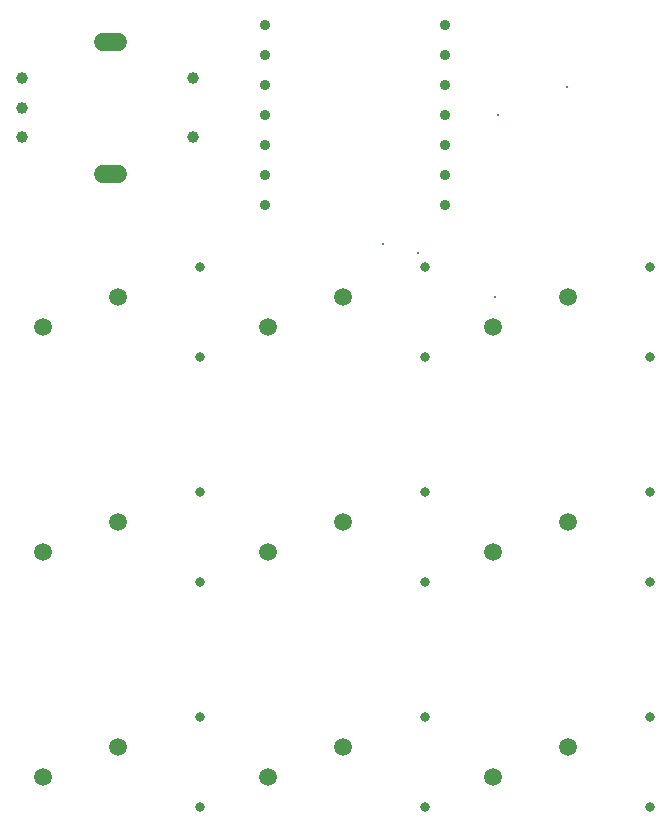
<source format=gbr>
%TF.GenerationSoftware,KiCad,Pcbnew,9.0.2*%
%TF.CreationDate,2025-06-04T18:15:31-04:00*%
%TF.ProjectId,HackpadAllan,4861636b-7061-4644-916c-6c616e2e6b69,rev?*%
%TF.SameCoordinates,Original*%
%TF.FileFunction,Plated,1,2,PTH,Mixed*%
%TF.FilePolarity,Positive*%
%FSLAX46Y46*%
G04 Gerber Fmt 4.6, Leading zero omitted, Abs format (unit mm)*
G04 Created by KiCad (PCBNEW 9.0.2) date 2025-06-04 18:15:31*
%MOMM*%
%LPD*%
G01*
G04 APERTURE LIST*
%TA.AperFunction,ViaDrill*%
%ADD10C,0.300000*%
%TD*%
%TA.AperFunction,ComponentDrill*%
%ADD11C,0.800000*%
%TD*%
%TA.AperFunction,ComponentDrill*%
%ADD12C,0.889000*%
%TD*%
%TA.AperFunction,ComponentDrill*%
%ADD13C,1.000000*%
%TD*%
%TA.AperFunction,ComponentDrill*%
%ADD14C,1.500000*%
%TD*%
G04 aperture for slot hole*
%TA.AperFunction,ComponentDrill*%
%ADD15C,1.500000*%
%TD*%
G04 APERTURE END LIST*
D10*
X155990000Y-78380000D03*
X158940000Y-79190000D03*
X165450000Y-82920000D03*
X165710000Y-67500000D03*
X171510000Y-65130000D03*
D11*
%TO.C,D1*%
X140475000Y-80380000D03*
X140475000Y-88000000D03*
%TO.C,D4*%
X140475000Y-99430000D03*
X140475000Y-107050000D03*
%TO.C,D7*%
X140475000Y-118480000D03*
X140475000Y-126100000D03*
%TO.C,D2*%
X159525000Y-80380000D03*
X159525000Y-88000000D03*
%TO.C,D5*%
X159525000Y-99430000D03*
X159525000Y-107050000D03*
%TO.C,D8*%
X159525000Y-118480000D03*
X159525000Y-126100000D03*
%TO.C,D3*%
X178575000Y-80380000D03*
X178575000Y-88000000D03*
%TO.C,D6*%
X178575000Y-99430000D03*
X178575000Y-107050000D03*
%TO.C,D9*%
X178575000Y-118480000D03*
X178575000Y-126100000D03*
D12*
%TO.C,U1*%
X145970000Y-59868500D03*
X145970000Y-62408500D03*
X145970000Y-64948500D03*
X145970000Y-67488500D03*
X145970000Y-70028500D03*
X145970000Y-72568500D03*
X145970000Y-75108500D03*
X161210000Y-59868500D03*
X161210000Y-62408500D03*
X161210000Y-64948500D03*
X161210000Y-67488500D03*
X161210000Y-70028500D03*
X161210000Y-72568500D03*
X161210000Y-75108500D03*
D13*
%TO.C,SW10*%
X125393750Y-64350000D03*
X125393750Y-66850000D03*
X125393750Y-69350000D03*
X139893750Y-64350000D03*
X139893750Y-69350000D03*
D14*
%TO.C,SW1*%
X127140000Y-85460000D03*
%TO.C,SW4*%
X127140000Y-104510000D03*
%TO.C,SW7*%
X127140000Y-123560000D03*
D15*
%TO.C,SW10*%
X133543750Y-61250000D02*
X132243750Y-61250000D01*
X133543750Y-72450000D02*
X132243750Y-72450000D01*
D14*
%TO.C,SW1*%
X133490000Y-82920000D03*
%TO.C,SW4*%
X133490000Y-101970000D03*
%TO.C,SW7*%
X133490000Y-121020000D03*
%TO.C,SW2*%
X146190000Y-85460000D03*
%TO.C,SW5*%
X146190000Y-104510000D03*
%TO.C,SW8*%
X146190000Y-123560000D03*
%TO.C,SW2*%
X152540000Y-82920000D03*
%TO.C,SW5*%
X152540000Y-101970000D03*
%TO.C,SW8*%
X152540000Y-121020000D03*
%TO.C,SW3*%
X165240000Y-85460000D03*
%TO.C,SW6*%
X165240000Y-104510000D03*
%TO.C,SW9*%
X165240000Y-123560000D03*
%TO.C,SW3*%
X171590000Y-82920000D03*
%TO.C,SW6*%
X171590000Y-101970000D03*
%TO.C,SW9*%
X171590000Y-121020000D03*
M02*

</source>
